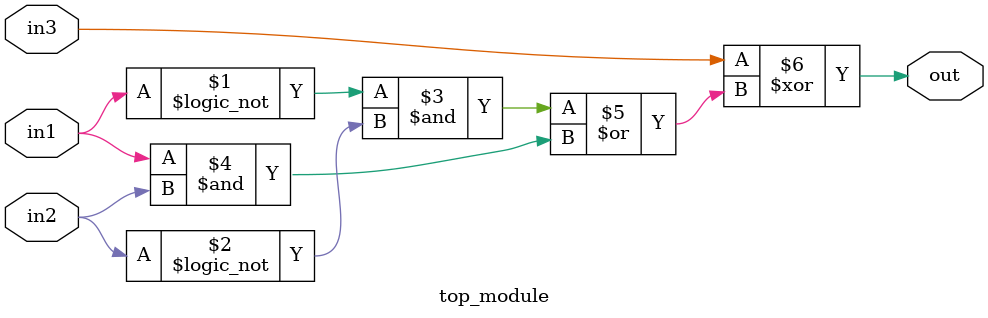
<source format=v>
module top_module (
    input in1,
    input in2,
    input in3,
    output out);
    assign out = in3 ^ ((!in1 & !in2) | (in1 & in2));
endmodule
</source>
